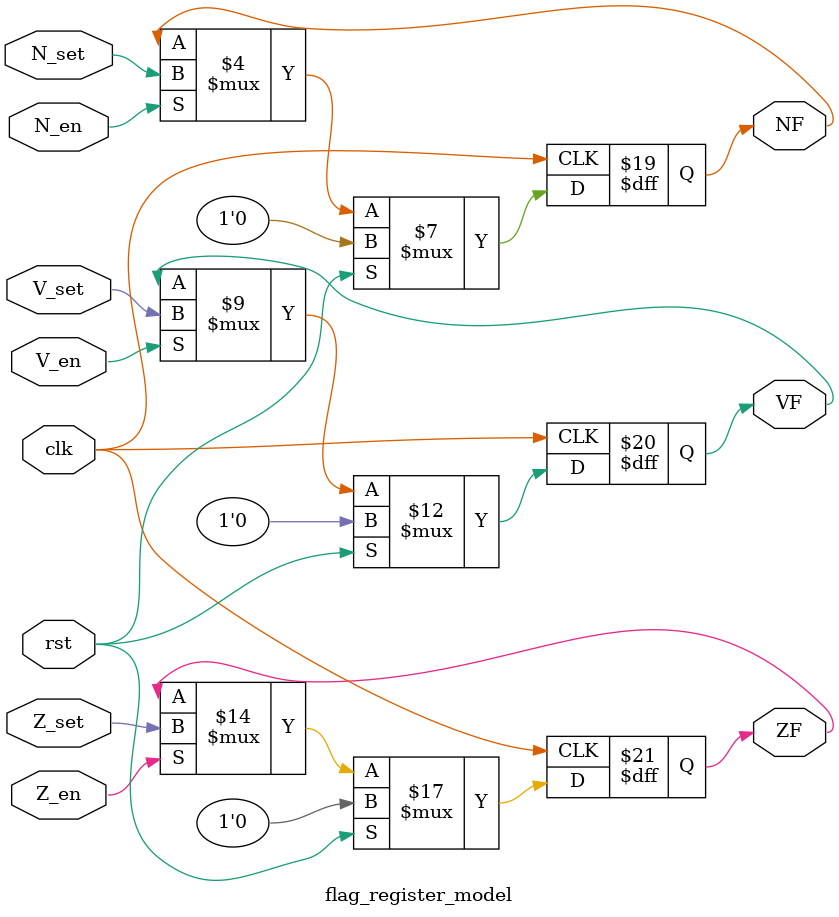
<source format=sv>
module flag_register_model (
  input logic clk,          // System clock
  input logic rst,          // active high reset signal
  input logic Z_en, Z_set,  // enable signal and set signal for Z
  input logic V_en, V_set,  // enable signal and set signal for V
  input logic N_en, N_set,  // enable signal and set signal for N
  output logic ZF,          // Z (Zero) signal
  output logic VF,          // V (Overflow) signal
  output logic NF           // N (Sign) signal
);

  ///////////////////////////////////////
  // Flop each singal based on enable //
  /////////////////////////////////////
  always_ff @(posedge clk)
    if (rst)
      ZF <= 1'b0;
    else if (Z_en)
        ZF <= Z_set;
  
  always_ff @(posedge clk)
    if (rst)
      VF <= 1'b0;
    else if (V_en)
      VF <= V_set;

  always_ff @(posedge clk)
    if (rst)
      NF <= 1'b0;
    else if (N_en)
      NF <= N_set;

endmodule
</source>
